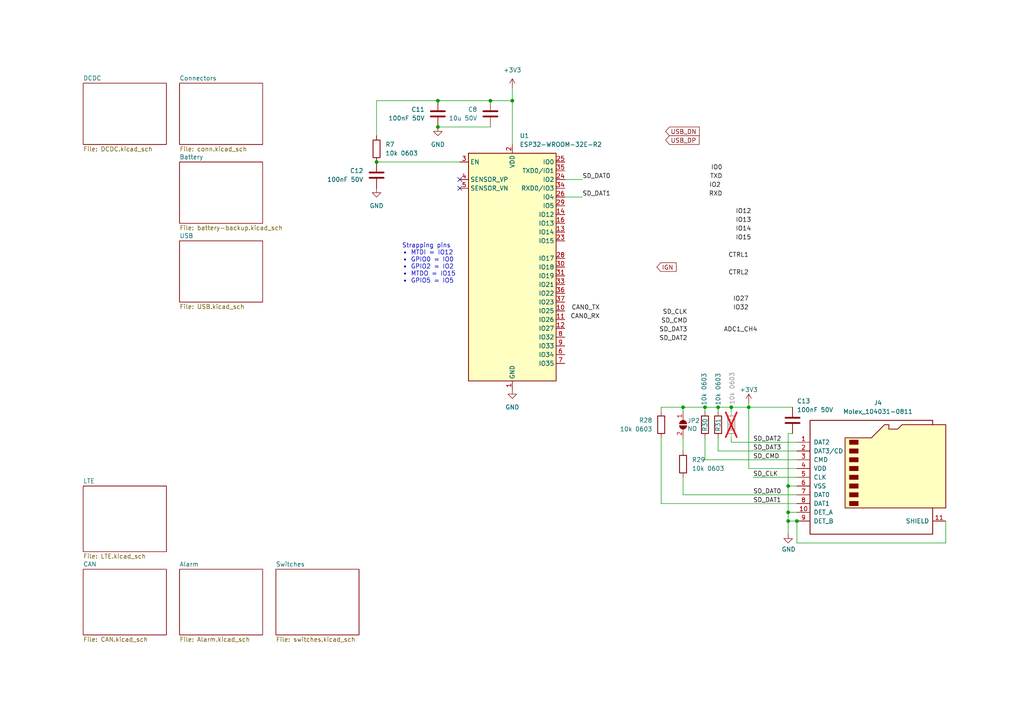
<source format=kicad_sch>
(kicad_sch (version 20250114) (generator "eeschema") (generator_version "9.0")
  (paper "A4")
  (lib_symbols
    (symbol "Connector:Micro_SD_Card_Det_Hirose_DM3AT" (pin_names (offset 1.016))
      (property "Reference" "J" (at -16.51 17.78 0))
      (property "Value" "Micro_SD_Card_Det_Hirose_DM3AT" (at 16.51 17.78 0))
      (symbol "Micro_SD_Card_Det_Hirose_DM3AT_0_1"
        (polyline (pts (xy -8.89 -8.89) (xy -8.89 11.43) (xy -1.27 11.43) (xy 2.54 15.24) (xy 3.81 15.24) (xy 3.81 13.97) (xy 6.35 13.97) (xy 7.62 15.24) (xy 20.32 15.24) (xy 20.32 -8.89) (xy -8.89 -8.89)) (stroke (width 0.254)) (fill (type background)))
        (rectangle (start -7.62 10.795) (end -5.08 9.525) (fill (type outline)))
        (rectangle (start -7.62 8.255) (end -5.08 6.985) (fill (type outline)))
        (rectangle (start -7.62 5.715) (end -5.08 4.445) (fill (type outline)))
        (rectangle (start -7.62 3.175) (end -5.08 1.905) (fill (type outline)))
        (rectangle (start -7.62 0.635) (end -5.08 -0.635) (fill (type outline)))
        (rectangle (start -7.62 -1.905) (end -5.08 -3.175) (fill (type outline)))
        (rectangle (start -7.62 -4.445) (end -5.08 -5.715) (fill (type outline)))
        (rectangle (start -7.62 -6.985) (end -5.08 -8.255) (fill (type outline)))
        (polyline (pts (xy 16.51 15.24) (xy 16.51 16.51) (xy -19.05 16.51) (xy -19.05 -16.51) (xy 16.51 -16.51) (xy 16.51 -8.89)) (stroke (width 0.254)))
      )
      (symbol "Micro_SD_Card_Det_Hirose_DM3AT_1_1"
        (pin bidirectional line (at -22.86 10.16 0) (length 3.81) (name "DAT2") (number "1"))
        (pin bidirectional line (at -22.86 7.62 0) (length 3.81) (name "DAT3/CD") (number "2"))
        (pin input line (at -22.86 5.08 0) (length 3.81) (name "CMD") (number "3"))
        (pin power_in line (at -22.86 2.54 0) (length 3.81) (name "VDD") (number "4"))
        (pin input line (at -22.86 0 0) (length 3.81) (name "CLK") (number "5"))
        (pin power_in line (at -22.86 -2.54 0) (length 3.81) (name "VSS") (number "6"))
        (pin bidirectional line (at -22.86 -5.08 0) (length 3.81) (name "DAT0") (number "7"))
        (pin bidirectional line (at -22.86 -7.62 0) (length 3.81) (name "DAT1") (number "8"))
        (pin passive line (at -22.86 -10.16 0) (length 3.81) (name "DET_A") (number "10"))
        (pin passive line (at -22.86 -12.7 0) (length 3.81) (name "DET_B") (number "9"))
        (pin passive line (at 20.32 -12.7 180) (length 3.81) (name "SHIELD") (number "11"))
      )
    )
    (symbol "Device:C" (pin_numbers (hide yes)) (pin_names (offset 0.254))
      (property "Reference" "C" (at 0.635 2.54 0))
      (property "Value" "C" (at 0.635 -2.54 0))
      (symbol "C_0_1"
        (polyline (pts (xy -2.032 0.762) (xy 2.032 0.762)) (stroke (width 0.508)))
        (polyline (pts (xy -2.032 -0.762) (xy 2.032 -0.762)) (stroke (width 0.508)))
      )
      (symbol "C_1_1"
        (pin passive line (at 0 3.81 270) (length 2.794) (name "~") (number "1"))
        (pin passive line (at 0 -3.81 90) (length 2.794) (name "~") (number "2"))
      )
    )
    (symbol "Device:R" (pin_numbers (hide yes)) (pin_names (offset 0))
      (property "Reference" "R" (at 2.032 0 90))
      (property "Value" "R" (at 0 0 90))
      (symbol "R_0_1"
        (rectangle (start -1.016 -2.54) (end 1.016 2.54) (stroke (width 0.254)))
      )
      (symbol "R_1_1"
        (pin passive line (at 0 3.81 270) (length 1.27) (name "~") (number "1"))
        (pin passive line (at 0 -3.81 90) (length 1.27) (name "~") (number "2"))
      )
    )
    (symbol "Jumper:SolderJumper_2_Open" (pin_names (offset 0) (hide yes))
      (property "Reference" "JP" (at 0 2.032 0))
      (property "Value" "SolderJumper_2_Open" (at 0 -2.54 0))
      (symbol "SolderJumper_2_Open_0_1"
        (polyline (pts (xy -0.254 1.016) (xy -0.254 -1.016)))
        (arc (start -0.254 -1.016) (mid -1.2656 0) (end -0.254 1.016))
        (arc (start -0.254 -1.016) (mid -1.2656 0) (end -0.254 1.016) (fill (type outline)))
        (arc (start 0.254 1.016) (mid 1.2656 0) (end 0.254 -1.016))
        (arc (start 0.254 1.016) (mid 1.2656 0) (end 0.254 -1.016) (fill (type outline)))
        (polyline (pts (xy 0.254 1.016) (xy 0.254 -1.016)))
      )
      (symbol "SolderJumper_2_Open_1_1"
        (pin passive line (at -3.81 0 0) (length 2.54) (name "A") (number "1"))
        (pin passive line (at 3.81 0 180) (length 2.54) (name "B") (number "2"))
      )
    )
    (symbol "RF_Module:ESP32-WROOM-32E-R2"
      (property "Reference" "U" (at -12.7 34.29 0))
      (property "Value" "ESP32-WROOM-32E-R2" (at 1.27 34.29 0))
      (symbol "ESP32-WROOM-32E-R2_0_1"
        (rectangle (start -12.7 33.02) (end 12.7 -33.02) (stroke (width 0.254)) (fill (type background)))
      )
      (symbol "ESP32-WROOM-32E-R2_1_1"
        (pin input line (at -15.24 30.48 0) (length 2.54) (name "EN") (number "3"))
        (pin input line (at -15.24 25.4 0) (length 2.54) (name "SENSOR_VP") (number "4"))
        (pin input line (at -15.24 22.86 0) (length 2.54) (name "SENSOR_VN") (number "5"))
        (pin no_connect line (at -12.7 0 0) (length 2.54) (hide yes) (name "NC") (number "21"))
        (pin no_connect line (at -12.7 -2.54 0) (length 2.54) (hide yes) (name "NC") (number "22"))
        (pin no_connect line (at -12.7 -5.08 0) (length 2.54) (hide yes) (name "NC") (number "17"))
        (pin no_connect line (at -12.7 -7.62 0) (length 2.54) (hide yes) (name "NC") (number "18"))
        (pin no_connect line (at -12.7 -10.16 0) (length 2.54) (hide yes) (name "NC") (number "20"))
        (pin no_connect line (at -12.7 -12.7 0) (length 2.54) (hide yes) (name "NC") (number "19"))
        (pin no_connect line (at -12.7 -27.94 0) (length 2.54) (hide yes) (name "NC") (number "32"))
        (pin power_in line (at 0 35.56 270) (length 2.54) (name "VDD") (number "2"))
        (pin power_in line (at 0 -35.56 90) (length 2.54) (name "GND") (number "1"))
        (pin passive line (at 0 -35.56 90) (length 2.54) (hide yes) (name "GND") (number "15"))
        (pin passive line (at 0 -35.56 90) (length 2.54) (hide yes) (name "GND") (number "38"))
        (pin passive line (at 0 -35.56 90) (length 2.54) (hide yes) (name "GND") (number "39"))
        (pin no_connect line (at 12.7 5.08 180) (length 2.54) (hide yes) (name "NC") (number "27"))
        (pin bidirectional line (at 15.24 30.48 180) (length 2.54) (name "IO0") (number "25"))
        (pin bidirectional line (at 15.24 27.94 180) (length 2.54) (name "TXD0/IO1") (number "35"))
        (pin bidirectional line (at 15.24 25.4 180) (length 2.54) (name "IO2") (number "24"))
        (pin bidirectional line (at 15.24 22.86 180) (length 2.54) (name "RXD0/IO3") (number "34"))
        (pin bidirectional line (at 15.24 20.32 180) (length 2.54) (name "IO4") (number "26"))
        (pin bidirectional line (at 15.24 17.78 180) (length 2.54) (name "IO5") (number "29"))
        (pin bidirectional line (at 15.24 15.24 180) (length 2.54) (name "IO12") (number "14"))
        (pin bidirectional line (at 15.24 12.7 180) (length 2.54) (name "IO13") (number "16"))
        (pin bidirectional line (at 15.24 10.16 180) (length 2.54) (name "IO14") (number "13"))
        (pin bidirectional line (at 15.24 7.62 180) (length 2.54) (name "IO15") (number "23"))
        (pin bidirectional line (at 15.24 2.54 180) (length 2.54) (name "IO17") (number "28"))
        (pin bidirectional line (at 15.24 0 180) (length 2.54) (name "IO18") (number "30"))
        (pin bidirectional line (at 15.24 -2.54 180) (length 2.54) (name "IO19") (number "31"))
        (pin bidirectional line (at 15.24 -5.08 180) (length 2.54) (name "IO21") (number "33"))
        (pin bidirectional line (at 15.24 -7.62 180) (length 2.54) (name "IO22") (number "36"))
        (pin bidirectional line (at 15.24 -10.16 180) (length 2.54) (name "IO23") (number "37"))
        (pin bidirectional line (at 15.24 -12.7 180) (length 2.54) (name "IO25") (number "10"))
        (pin bidirectional line (at 15.24 -15.24 180) (length 2.54) (name "IO26") (number "11"))
        (pin bidirectional line (at 15.24 -17.78 180) (length 2.54) (name "IO27") (number "12"))
        (pin bidirectional line (at 15.24 -20.32 180) (length 2.54) (name "IO32") (number "8"))
        (pin bidirectional line (at 15.24 -22.86 180) (length 2.54) (name "IO33") (number "9"))
        (pin input line (at 15.24 -25.4 180) (length 2.54) (name "IO34") (number "6"))
        (pin input line (at 15.24 -27.94 180) (length 2.54) (name "IO35") (number "7"))
      )
    )
    (symbol "power:+3V3" (power) (pin_numbers (hide yes)) (pin_names (offset 0) (hide yes))
      (property "Value" "+3V3" (at 0 3.556 0))
      (symbol "+3V3_0_1"
        (polyline (pts (xy -0.762 1.27) (xy 0 2.54)))
        (polyline (pts (xy 0 2.54) (xy 0.762 1.27)))
        (polyline (pts (xy 0 0) (xy 0 2.54)))
      )
      (symbol "+3V3_1_1"
        (pin power_in line (at 0 0 90) (length 0) (name "~") (number "1"))
      )
    )
    (symbol "power:GND" (power) (pin_numbers (hide yes)) (pin_names (offset 0) (hide yes))
      (property "Value" "GND" (at 0 -3.81 0))
      (symbol "GND_0_1"
        (polyline (pts (xy 0 0) (xy 0 -1.27) (xy 1.27 -1.27) (xy 0 -2.54) (xy -1.27 -1.27) (xy 0 -1.27)))
      )
      (symbol "GND_1_1"
        (pin power_in line (at 0 0 270) (length 0) (name "~") (number "1"))
      )
    )
  )
  (text "Strapping pins\n• MTDI = IO12\n• GPIO0 = IO0\n• GPIO2 = IO2\n• MTDO = IO15\n• GPIO5 = IO5" (at 116.586 82.296 0) (effects (font (size 1.27 1.27)) (justify left bottom)))
  (junction (at 228.6 140.97))
  (junction (at 142.24 29.21))
  (junction (at 148.59 29.21))
  (junction (at 109.22 46.99))
  (junction (at 228.6 148.59))
  (junction (at 212.09 118.11))
  (junction (at 127 36.83))
  (junction (at 198.12 118.11))
  (junction (at 228.6 151.13))
  (junction (at 204.47 118.11))
  (junction (at 208.28 118.11))
  (junction (at 217.17 118.11))
  (junction (at 231.14 151.13))
  (junction (at 127 29.21))
  (no_connect (at 133.35 52.07))
  (no_connect (at 133.35 54.61))
  (wire (pts (xy 208.28 118.11) (xy 212.09 118.11)))
  (wire (pts (xy 208.28 118.11) (xy 204.47 118.11)))
  (wire (pts (xy 198.12 118.11) (xy 198.12 119.38)))
  (wire (pts (xy 191.77 146.05) (xy 191.77 127)))
  (wire (pts (xy 228.6 151.13) (xy 228.6 154.94)))
  (wire (pts (xy 231.14 151.13) (xy 228.6 151.13)))
  (wire (pts (xy 198.12 127) (xy 198.12 130.81)))
  (wire (pts (xy 228.6 125.73) (xy 228.6 140.97)))
  (wire (pts (xy 212.09 127) (xy 212.09 128.27)))
  (wire (pts (xy 231.14 148.59) (xy 228.6 148.59)))
  (wire (pts (xy 198.12 118.11) (xy 204.47 118.11)))
  (wire (pts (xy 212.09 118.11) (xy 217.17 118.11)))
  (wire (pts (xy 231.14 130.81) (xy 208.28 130.81)))
  (wire (pts (xy 127 36.83) (xy 142.24 36.83)))
  (wire (pts (xy 231.14 157.48) (xy 231.14 151.13)))
  (wire (pts (xy 231.14 143.51) (xy 198.12 143.51)))
  (wire (pts (xy 274.32 151.13) (xy 274.32 157.48)))
  (wire (pts (xy 217.17 135.89) (xy 217.17 118.11)))
  (wire (pts (xy 204.47 133.35) (xy 204.47 127)))
  (wire (pts (xy 228.6 140.97) (xy 228.6 148.59)))
  (wire (pts (xy 229.87 125.73) (xy 228.6 125.73)))
  (wire (pts (xy 163.83 52.07) (xy 168.91 52.07)))
  (wire (pts (xy 127 29.21) (xy 142.24 29.21)))
  (wire (pts (xy 198.12 138.43) (xy 198.12 143.51)))
  (wire (pts (xy 212.09 118.11) (xy 212.09 119.38)))
  (wire (pts (xy 228.6 148.59) (xy 228.6 151.13)))
  (wire (pts (xy 212.09 128.27) (xy 231.14 128.27)))
  (wire (pts (xy 109.22 29.21) (xy 127 29.21)))
  (wire (pts (xy 218.44 138.43) (xy 231.14 138.43)))
  (wire (pts (xy 148.59 25.4) (xy 148.59 29.21)))
  (wire (pts (xy 274.32 157.48) (xy 231.14 157.48)))
  (wire (pts (xy 231.14 135.89) (xy 217.17 135.89)))
  (wire (pts (xy 231.14 133.35) (xy 204.47 133.35)))
  (wire (pts (xy 208.28 118.11) (xy 208.28 119.38)))
  (wire (pts (xy 208.28 130.81) (xy 208.28 127)))
  (wire (pts (xy 217.17 116.84) (xy 217.17 118.11)))
  (wire (pts (xy 109.22 46.99) (xy 133.35 46.99)))
  (wire (pts (xy 191.77 118.11) (xy 198.12 118.11)))
  (wire (pts (xy 109.22 39.37) (xy 109.22 29.21)))
  (wire (pts (xy 217.17 118.11) (xy 229.87 118.11)))
  (wire (pts (xy 231.14 146.05) (xy 191.77 146.05)))
  (wire (pts (xy 148.59 29.21) (xy 148.59 41.91)))
  (wire (pts (xy 231.14 140.97) (xy 228.6 140.97)))
  (wire (pts (xy 168.91 57.15) (xy 163.83 57.15)))
  (wire (pts (xy 142.24 29.21) (xy 148.59 29.21)))
  (wire (pts (xy 204.47 118.11) (xy 204.47 119.38)))
  (wire (pts (xy 191.77 119.38) (xy 191.77 118.11)))
  (label "IO13" (at 213.36 64.77 0))
  (label "ADC1_CH4" (at 219.71 96.52 180))
  (label "SD_DAT3" (at 218.44 130.81 0))
  (label "CAN0_TX" (at 173.99 90.17 180))
  (label "SD_DAT0" (at 218.44 143.51 0))
  (label "SD_DAT2" (at 199.39 99.06 180))
  (label "SD_CLK" (at 218.44 138.43 0))
  (label "CTRL1" (at 217.17 74.93 180))
  (label "CTRL2" (at 217.17 80.01 180))
  (label "SD_CMD" (at 199.39 93.98 180))
  (label "SD_DAT2" (at 218.44 128.27 0))
  (label "IO0" (at 209.55 49.53 180))
  (label "SD_CMD" (at 218.44 133.35 0))
  (label "IO12" (at 213.36 62.23 0))
  (label "IO32" (at 217.17 90.17 180))
  (label "SD_DAT0" (at 168.91 52.07 0))
  (label "IO15" (at 213.36 69.85 0))
  (label "IO27" (at 217.17 87.63 180))
  (label "SD_DAT1" (at 168.91 57.15 0))
  (label "SD_DAT1" (at 218.44 146.05 0))
  (label "IO14" (at 213.36 67.31 0))
  (label "SD_CLK" (at 199.39 91.44 180))
  (label "SD_DAT3" (at 199.39 96.52 180))
  (label "TXD" (at 209.55 52.07 180))
  (label "RXD" (at 209.55 57.15 180))
  (label "IO2" (at 205.74 54.61 0))
  (label "CAN0_RX" (at 173.99 92.71 180))
  (global_label "USB_DP" (shape input) (at 193.04 40.64 0) (property "Intersheetrefs" "${INTERSHEET_REFS}" (effects (hide yes))))
  (global_label "IGN" (shape input) (at 190.5 77.47 0) (property "Intersheetrefs" "${INTERSHEET_REFS}" (effects (hide yes))))
  (global_label "USB_DN" (shape input) (at 193.04 38.1 0) (property "Intersheetrefs" "${INTERSHEET_REFS}" (effects (hide yes))))
  (symbol (lib_id "Device:C") (at 229.87 121.92 0) (mirror y) (unit 1)
    (property "Reference" "C13" (at 231.14 116.332 0) (effects (justify right)))
    (property "Value" "100nF 50V" (at 231.14 118.872 0) (effects (justify right)))
    (property "Footprint" "Capacitor_SMD:C_0603_1608Metric" (effects (hide yes)))
    (property "Description" "Unpolarized capacitor" (effects (hide yes)))
    (property "LCSC" "C14663" (effects (hide yes)))
  )
  (symbol (lib_id "power:+3V3") (at 148.59 25.4 0) (unit 1)
    (property "Reference" "#PWR02" (effects (hide yes)))
    (property "Value" "+3V3" (at 148.59 20.32 0))
    (property "Description" "Power symbol creates a global label with name \"+3V3\"" (effects (hide yes)))
  )
  (symbol (lib_id "power:GND") (at 109.22 54.61 0) (unit 1)
    (property "Reference" "#PWR011" (effects (hide yes)))
    (property "Value" "GND" (at 109.22 59.69 0))
    (property "Description" "Power symbol creates a global label with name \"GND\" , ground" (effects (hide yes)))
  )
  (symbol (lib_id "Device:C") (at 127 33.02 0) (unit 1)
    (property "Reference" "C11" (at 123.19 31.7499 0) (effects (justify right)))
    (property "Value" "100nF 50V" (at 123.19 34.2899 0) (effects (justify right)))
    (property "Footprint" "Capacitor_SMD:C_0603_1608Metric" (effects (hide yes)))
    (property "Description" "Unpolarized capacitor" (effects (hide yes)))
    (property "LCSC" "C14663" (effects (hide yes)))
  )
  (symbol (lib_id "Device:C") (at 109.22 50.8 0) (unit 1)
    (property "Reference" "C12" (at 105.41 49.5299 0) (effects (justify right)))
    (property "Value" "100nF 50V" (at 105.41 52.0699 0) (effects (justify right)))
    (property "Footprint" "Capacitor_SMD:C_0603_1608Metric" (effects (hide yes)))
    (property "Description" "Unpolarized capacitor" (effects (hide yes)))
    (property "LCSC" "C14663" (effects (hide yes)))
  )
  (symbol (lib_id "Device:R") (at 212.09 123.19 0) (unit 1) (dnp yes)
    (property "Reference" "R32" (at 212.09 125.222 90) (effects (justify left)))
    (property "Value" "10k 0603" (at 212.344 117.348 90) (effects (justify left)))
    (property "Footprint" "Resistor_SMD:R_0603_1608Metric" (effects (hide yes)))
    (property "Description" "Resistor" (effects (hide yes)))
    (property "LCSC" "C2930027" (effects (hide yes)))
  )
  (symbol (lib_id "Connector:Micro_SD_Card_Det_Hirose_DM3AT") (at 254 138.43 0) (unit 1)
    (property "Reference" "J4" (at 254.635 116.84 0))
    (property "Value" "Molex_104031-0811" (at 254.635 119.38 0))
    (property "Footprint" "Connector_Card:microSD_HC_Molex_104031-0811" (effects (hide yes)))
    (property "Part" "104031-0811" (effects (hide yes)))
    (property "LCSC" "C330255" (effects (hide yes)))
  )
  (symbol (lib_id "power:GND") (at 127 36.83 0) (unit 1)
    (property "Reference" "#PWR010" (effects (hide yes)))
    (property "Value" "GND" (at 127 41.91 0))
    (property "Description" "Power symbol creates a global label with name \"GND\" , ground" (effects (hide yes)))
  )
  (symbol (lib_id "power:GND") (at 228.6 154.94 0) (unit 1)
    (property "Reference" "#PWR032" (effects (hide yes)))
    (property "Value" "GND" (at 228.727 159.3342 0))
  )
  (symbol (lib_id "Device:R") (at 109.22 43.18 0) (unit 1)
    (property "Reference" "R7" (at 111.76 41.9099 0) (effects (justify left)))
    (property "Value" "10k 0603" (at 111.76 44.4499 0) (effects (justify left)))
    (property "Footprint" "Resistor_SMD:R_0603_1608Metric" (effects (hide yes)))
    (property "Description" "Resistor" (effects (hide yes)))
    (property "LCSC" "C2930027" (effects (hide yes)))
  )
  (symbol (lib_id "Device:R") (at 191.77 123.19 0) (mirror y) (unit 1)
    (property "Reference" "R28" (at 189.23 121.9199 0) (effects (justify left)))
    (property "Value" "10k 0603" (at 189.23 124.4599 0) (effects (justify left)))
    (property "Footprint" "Resistor_SMD:R_0603_1608Metric" (effects (hide yes)))
    (property "Description" "Resistor" (effects (hide yes)))
    (property "LCSC" "C2930027" (effects (hide yes)))
  )
  (symbol (lib_id "power:GND") (at 148.59 113.03 0) (unit 1)
    (property "Reference" "#PWR01" (effects (hide yes)))
    (property "Value" "GND" (at 148.59 118.11 0))
    (property "Description" "Power symbol creates a global label with name \"GND\" , ground" (effects (hide yes)))
  )
  (symbol (lib_id "Device:C") (at 142.24 33.02 0) (mirror y) (unit 1)
    (property "Reference" "C8" (at 138.43 31.7499 0) (effects (justify left)))
    (property "Value" "10u 50V" (at 138.43 34.2899 0) (effects (justify left)))
    (property "Footprint" "Capacitor_SMD:C_1206_3216Metric" (effects (hide yes)))
    (property "Description" "Unpolarized capacitor" (effects (hide yes)))
    (property "LCSC" "C13585" (effects (hide yes)))
  )
  (symbol (lib_id "Device:R") (at 204.47 123.19 0) (unit 1)
    (property "Reference" "R30" (at 204.47 125.222 90) (effects (justify left)))
    (property "Value" "10k 0603" (at 204.216 117.602 90) (effects (justify left)))
    (property "Footprint" "Resistor_SMD:R_0603_1608Metric" (effects (hide yes)))
    (property "Description" "Resistor" (effects (hide yes)))
    (property "LCSC" "C2930027" (effects (hide yes)))
  )
  (symbol (lib_id "Device:R") (at 208.28 123.19 0) (unit 1)
    (property "Reference" "R31" (at 208.28 125.222 90) (effects (justify left)))
    (property "Value" "10k 0603" (at 208.28 117.602 90) (effects (justify left)))
    (property "Footprint" "Resistor_SMD:R_0603_1608Metric" (effects (hide yes)))
    (property "Description" "Resistor" (effects (hide yes)))
    (property "LCSC" "C2930027" (effects (hide yes)))
  )
  (symbol (lib_id "power:+3V3") (at 217.17 116.84 0) (unit 1)
    (property "Reference" "#PWR031" (effects (hide yes)))
    (property "Value" "+3V3" (at 217.17 113.03 0))
  )
  (symbol (lib_id "RF_Module:ESP32-WROOM-32E-R2") (at 148.59 77.47 0) (unit 1)
    (property "Reference" "U1" (at 150.7333 39.37 0) (effects (justify left)))
    (property "Value" "ESP32-WROOM-32E-R2" (at 150.7333 41.91 0) (effects (justify left)))
    (property "Footprint" "RF_Module:ESP32-WROOM-32D" (effects (hide yes)))
    (property "Datasheet" "https://www.espressif.com/sites/default/files/documentation/esp32-wroom-32e_esp32-wroom-32ue_datasheet_en.pdf" (effects (hide yes)))
    (property "Description" "RF Module, ESP32-D0WDR2-V3 SoC, with 2MB PSRAM, Wi-Fi 802.11b/g/n, Bluetooth, BLE, 32-bit, 2.7-3.6V, onboard antenna, SMD" (effects (hide yes)))
  )
  (symbol (lib_id "Jumper:SolderJumper_2_Open") (at 198.12 123.19 270) (unit 1) (in_bom no)
    (property "Reference" "JP2" (at 199.3392 122.0216 90) (effects (justify left)))
    (property "Value" "NO" (at 199.3392 124.333 90) (effects (justify left)))
    (property "Footprint" "Jumper:SolderJumper-2_P1.3mm_Open_TrianglePad1.0x1.5mm" (effects (hide yes)))
  )
  (symbol (lib_id "Device:R") (at 198.12 134.62 0) (unit 1)
    (property "Reference" "R29" (at 200.66 133.3499 0) (effects (justify left)))
    (property "Value" "10k 0603" (at 200.66 135.8899 0) (effects (justify left)))
    (property "Footprint" "Resistor_SMD:R_0603_1608Metric" (effects (hide yes)))
    (property "Description" "Resistor" (effects (hide yes)))
    (property "LCSC" "C2930027" (effects (hide yes)))
  )
  (sheet (at 52.07 165.1) (size 24.13 19.05) (stroke (width 0.1524))
    (property "Sheetname" "Alarm" (at 52.07 164.3884 0) (effects (justify left bottom)))
    (property "Sheetfile" "Alarm.kicad_sch" (at 52.07 184.7346 0) (effects (justify left top)))
  )
  (sheet (at 80.01 165.1) (size 24.13 19.05) (stroke (width 0.1524))
    (property "Sheetname" "Switches" (at 80.01 164.3884 0) (effects (justify left bottom)))
    (property "Sheetfile" "switches.kicad_sch" (at 80.01 184.7346 0) (effects (justify left top)))
  )
  (sheet (at 52.07 24.13) (size 24.13 17.78) (stroke (width 0.1524))
    (property "Sheetname" "Connectors" (at 52.07 23.4184 0) (effects (justify left bottom)))
    (property "Sheetfile" "conn.kicad_sch" (at 52.07 42.4946 0) (effects (justify left top)))
  )
  (sheet (at 24.13 165.1) (size 24.13 19.05) (stroke (width 0.1524))
    (property "Sheetname" "CAN" (at 24.13 164.3884 0) (effects (justify left bottom)))
    (property "Sheetfile" "CAN.kicad_sch" (at 24.13 184.7346 0) (effects (justify left top)))
  )
  (sheet (at 52.07 46.99) (size 24.13 17.78) (stroke (width 0.1524))
    (property "Sheetname" "Battery" (at 52.07 46.2784 0) (effects (justify left bottom)))
    (property "Sheetfile" "battery-backup.kicad_sch" (at 52.07 65.3546 0) (effects (justify left top)))
  )
  (sheet (at 24.13 140.97) (size 24.13 19.05) (stroke (width 0.1524))
    (property "Sheetname" "LTE" (at 24.13 140.2584 0) (effects (justify left bottom)))
    (property "Sheetfile" "LTE.kicad_sch" (at 24.13 160.6046 0) (effects (justify left top)))
  )
  (sheet (at 24.13 24.13) (size 24.13 17.78) (stroke (width 0.1524))
    (property "Sheetname" "DCDC" (at 24.13 23.4184 0) (effects (justify left bottom)))
    (property "Sheetfile" "DCDC.kicad_sch" (at 24.13 42.4946 0) (effects (justify left top)))
  )
  (sheet (at 52.07 69.85) (size 24.13 17.78) (stroke (width 0.1524))
    (property "Sheetname" "USB" (at 52.07 69.1384 0) (effects (justify left bottom)))
    (property "Sheetfile" "USB.kicad_sch" (at 52.07 88.2146 0) (effects (justify left top)))
  )
)
</source>
